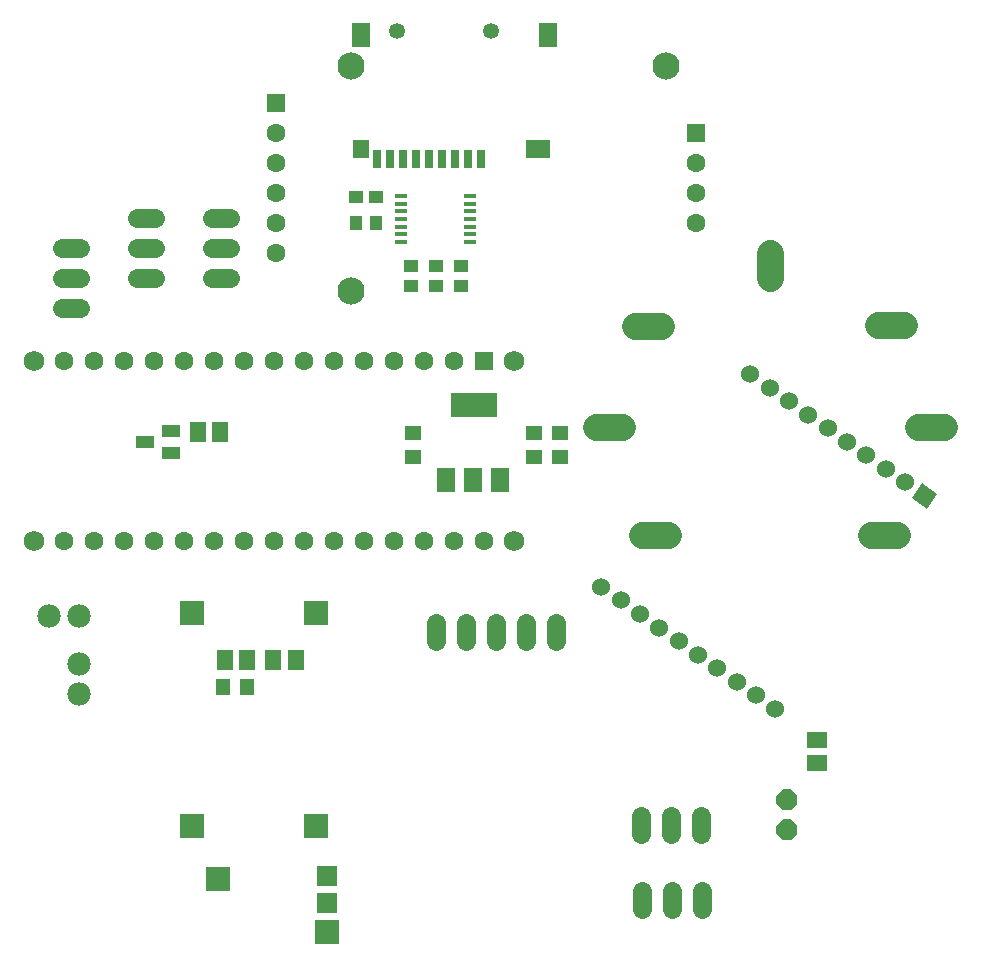
<source format=gbs>
G75*
%MOIN*%
%OFA0B0*%
%FSLAX25Y25*%
%IPPOS*%
%LPD*%
%AMOC8*
5,1,8,0,0,1.08239X$1,22.5*
%
%ADD10R,0.06306X0.06306*%
%ADD11C,0.06306*%
%ADD12C,0.06900*%
%ADD13C,0.06000*%
%ADD14R,0.06000X0.06000*%
%ADD15C,0.06400*%
%ADD16C,0.09061*%
%ADD17C,0.09000*%
%ADD18R,0.06300X0.08300*%
%ADD19R,0.15400X0.08300*%
%ADD20R,0.05518X0.05124*%
%ADD21R,0.04731X0.04337*%
%ADD22R,0.03937X0.01772*%
%ADD23R,0.04337X0.04731*%
%ADD24R,0.05912X0.08274*%
%ADD25R,0.05439X0.05912*%
%ADD26R,0.08077X0.05912*%
%ADD27R,0.03156X0.05912*%
%ADD28C,0.05321*%
%ADD29R,0.05518X0.06699*%
%ADD30R,0.05124X0.05518*%
%ADD31R,0.05912X0.04337*%
%ADD32C,0.07800*%
%ADD33R,0.06699X0.05518*%
%ADD34OC8,0.07000*%
%ADD35R,0.08000X0.08000*%
%ADD36R,0.07000X0.07000*%
D10*
X0167923Y0207923D03*
X0238723Y0283723D03*
X0098723Y0293723D03*
D11*
X0098723Y0283723D03*
X0098723Y0273723D03*
X0098723Y0263723D03*
X0098723Y0253723D03*
X0098723Y0243723D03*
X0097923Y0207923D03*
X0107923Y0207923D03*
X0117923Y0207923D03*
X0127923Y0207923D03*
X0137923Y0207923D03*
X0147923Y0207923D03*
X0157923Y0207923D03*
X0157923Y0147923D03*
X0167923Y0147923D03*
X0147923Y0147923D03*
X0137923Y0147923D03*
X0127923Y0147923D03*
X0117923Y0147923D03*
X0107923Y0147923D03*
X0097923Y0147923D03*
X0087923Y0147923D03*
X0077923Y0147923D03*
X0067923Y0147923D03*
X0057923Y0147923D03*
X0047923Y0147923D03*
X0037923Y0147923D03*
X0027923Y0147923D03*
X0027923Y0207923D03*
X0037923Y0207923D03*
X0047923Y0207923D03*
X0057923Y0207923D03*
X0067923Y0207923D03*
X0077923Y0207923D03*
X0087923Y0207923D03*
X0238723Y0253723D03*
X0238723Y0263723D03*
X0238723Y0273723D03*
D12*
X0177923Y0207923D03*
X0177923Y0147923D03*
X0017923Y0147923D03*
X0017923Y0207923D03*
D13*
X0207133Y0132549D03*
X0213583Y0128033D03*
X0220033Y0123516D03*
X0226483Y0119000D03*
X0232933Y0114484D03*
X0239383Y0109967D03*
X0245833Y0105451D03*
X0252283Y0100934D03*
X0258733Y0096418D03*
X0265183Y0091902D03*
X0308413Y0167368D03*
X0301963Y0171885D03*
X0295513Y0176401D03*
X0289063Y0180917D03*
X0282613Y0185434D03*
X0276163Y0189950D03*
X0269713Y0194466D03*
X0263263Y0198983D03*
X0256813Y0203499D03*
D14*
G36*
X0310685Y0162116D02*
X0314127Y0167030D01*
X0319041Y0163588D01*
X0315599Y0158674D01*
X0310685Y0162116D01*
G37*
D15*
X0240298Y0056211D02*
X0240298Y0050211D01*
X0230298Y0050211D02*
X0230298Y0056211D01*
X0220298Y0056211D02*
X0220298Y0050211D01*
X0220623Y0031223D02*
X0220623Y0025223D01*
X0230623Y0025223D02*
X0230623Y0031223D01*
X0240623Y0031223D02*
X0240623Y0025223D01*
X0191891Y0114617D02*
X0191891Y0120617D01*
X0181891Y0120617D02*
X0181891Y0114617D01*
X0171891Y0114617D02*
X0171891Y0120617D01*
X0161891Y0120617D02*
X0161891Y0114617D01*
X0151891Y0114617D02*
X0151891Y0120617D01*
X0083323Y0235365D02*
X0077323Y0235365D01*
X0077323Y0245365D02*
X0083323Y0245365D01*
X0083323Y0255365D02*
X0077323Y0255365D01*
X0058323Y0255365D02*
X0052323Y0255365D01*
X0052323Y0245365D02*
X0058323Y0245365D01*
X0058323Y0235365D02*
X0052323Y0235365D01*
X0033323Y0235523D02*
X0027323Y0235523D01*
X0027323Y0225523D02*
X0033323Y0225523D01*
X0033323Y0245523D02*
X0027323Y0245523D01*
D16*
X0123723Y0231223D03*
X0123723Y0306223D03*
X0228723Y0306223D03*
D17*
X0263320Y0243961D02*
X0263320Y0235361D01*
X0299343Y0219810D02*
X0307943Y0219810D01*
X0312729Y0185952D02*
X0321329Y0185952D01*
X0305581Y0149731D02*
X0296981Y0149731D01*
X0229265Y0149731D02*
X0220665Y0149731D01*
X0213910Y0185952D02*
X0205310Y0185952D01*
X0218302Y0219417D02*
X0226902Y0219417D01*
D18*
X0173423Y0168223D03*
X0164423Y0168223D03*
X0155423Y0168223D03*
D19*
X0164523Y0193023D03*
D20*
X0184823Y0183823D03*
X0184823Y0175823D03*
X0193290Y0175983D03*
X0193290Y0183983D03*
X0144223Y0183823D03*
X0144223Y0175823D03*
D21*
X0143683Y0232935D03*
X0143683Y0239628D03*
X0151951Y0239628D03*
X0151951Y0232935D03*
X0160219Y0232935D03*
X0160219Y0239628D03*
X0132069Y0262660D03*
X0125376Y0262660D03*
D22*
X0140435Y0262857D03*
X0140435Y0260298D03*
X0140435Y0257739D03*
X0140435Y0255180D03*
X0140435Y0252620D03*
X0140435Y0250061D03*
X0140435Y0247502D03*
X0163467Y0247502D03*
X0163467Y0250061D03*
X0163467Y0252620D03*
X0163467Y0255180D03*
X0163467Y0257739D03*
X0163467Y0260298D03*
X0163467Y0262857D03*
D23*
X0132069Y0253998D03*
X0125376Y0253998D03*
D24*
X0127148Y0316400D03*
X0189353Y0316400D03*
D25*
X0126912Y0278605D03*
D26*
X0185908Y0278605D03*
D27*
X0166912Y0275180D03*
X0162581Y0275180D03*
X0158250Y0275180D03*
X0153920Y0275180D03*
X0149589Y0275180D03*
X0145258Y0275180D03*
X0140928Y0275180D03*
X0136597Y0275180D03*
X0132266Y0275180D03*
D28*
X0138959Y0317975D03*
X0170455Y0317975D03*
D29*
X0080101Y0184313D03*
X0072620Y0184313D03*
X0081676Y0108329D03*
X0089156Y0108329D03*
X0097817Y0108329D03*
X0105298Y0108329D03*
D30*
X0089022Y0099274D03*
X0081022Y0099274D03*
D31*
X0063762Y0177030D03*
X0063762Y0184510D03*
X0055101Y0180770D03*
D32*
X0033054Y0122896D03*
X0023054Y0122896D03*
X0033054Y0106754D03*
X0033054Y0096754D03*
D33*
X0279117Y0081361D03*
X0279117Y0073880D03*
D34*
X0268880Y0061361D03*
X0268880Y0051361D03*
D35*
X0070652Y0052817D03*
X0079510Y0035101D03*
X0111991Y0052817D03*
X0115623Y0017523D03*
X0111991Y0123683D03*
X0070652Y0123683D03*
D36*
X0115623Y0036323D03*
X0115623Y0027123D03*
M02*

</source>
